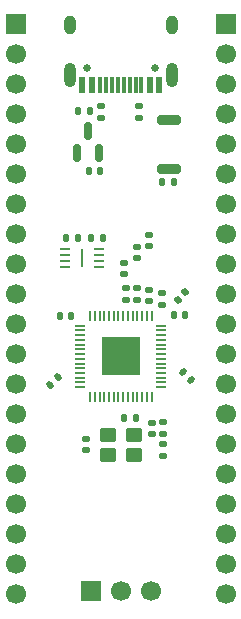
<source format=gbr>
%TF.GenerationSoftware,KiCad,Pcbnew,9.0.6*%
%TF.CreationDate,2026-01-31T02:41:39+05:30*%
%TF.ProjectId,BYH_devboard,4259485f-6465-4766-926f-6172642e6b69,rev?*%
%TF.SameCoordinates,Original*%
%TF.FileFunction,Soldermask,Top*%
%TF.FilePolarity,Negative*%
%FSLAX46Y46*%
G04 Gerber Fmt 4.6, Leading zero omitted, Abs format (unit mm)*
G04 Created by KiCad (PCBNEW 9.0.6) date 2026-01-31 02:41:39*
%MOMM*%
%LPD*%
G01*
G04 APERTURE LIST*
G04 Aperture macros list*
%AMRoundRect*
0 Rectangle with rounded corners*
0 $1 Rounding radius*
0 $2 $3 $4 $5 $6 $7 $8 $9 X,Y pos of 4 corners*
0 Add a 4 corners polygon primitive as box body*
4,1,4,$2,$3,$4,$5,$6,$7,$8,$9,$2,$3,0*
0 Add four circle primitives for the rounded corners*
1,1,$1+$1,$2,$3*
1,1,$1+$1,$4,$5*
1,1,$1+$1,$6,$7*
1,1,$1+$1,$8,$9*
0 Add four rect primitives between the rounded corners*
20,1,$1+$1,$2,$3,$4,$5,0*
20,1,$1+$1,$4,$5,$6,$7,0*
20,1,$1+$1,$6,$7,$8,$9,0*
20,1,$1+$1,$8,$9,$2,$3,0*%
G04 Aperture macros list end*
%ADD10RoundRect,0.140000X-0.170000X0.140000X-0.170000X-0.140000X0.170000X-0.140000X0.170000X0.140000X0*%
%ADD11RoundRect,0.050000X-0.387500X-0.050000X0.387500X-0.050000X0.387500X0.050000X-0.387500X0.050000X0*%
%ADD12RoundRect,0.050000X-0.050000X-0.387500X0.050000X-0.387500X0.050000X0.387500X-0.050000X0.387500X0*%
%ADD13R,3.200000X3.200000*%
%ADD14RoundRect,0.135000X0.135000X0.185000X-0.135000X0.185000X-0.135000X-0.185000X0.135000X-0.185000X0*%
%ADD15RoundRect,0.140000X0.040237X-0.216520X0.220218X-0.002028X-0.040237X0.216520X-0.220218X0.002028X0*%
%ADD16RoundRect,0.135000X0.185000X-0.135000X0.185000X0.135000X-0.185000X0.135000X-0.185000X-0.135000X0*%
%ADD17RoundRect,0.140000X0.140000X0.170000X-0.140000X0.170000X-0.140000X-0.170000X0.140000X-0.170000X0*%
%ADD18RoundRect,0.135000X-0.135000X-0.185000X0.135000X-0.185000X0.135000X0.185000X-0.135000X0.185000X0*%
%ADD19RoundRect,0.135000X-0.185000X0.135000X-0.185000X-0.135000X0.185000X-0.135000X0.185000X0.135000X0*%
%ADD20RoundRect,0.140000X0.170000X-0.140000X0.170000X0.140000X-0.170000X0.140000X-0.170000X-0.140000X0*%
%ADD21RoundRect,0.062500X-0.387500X-0.062500X0.387500X-0.062500X0.387500X0.062500X-0.387500X0.062500X0*%
%ADD22R,0.200000X1.600000*%
%ADD23RoundRect,0.140000X-0.219203X-0.021213X-0.021213X-0.219203X0.219203X0.021213X0.021213X0.219203X0*%
%ADD24RoundRect,0.200000X-0.800000X0.200000X-0.800000X-0.200000X0.800000X-0.200000X0.800000X0.200000X0*%
%ADD25R,1.700000X1.700000*%
%ADD26C,1.700000*%
%ADD27RoundRect,0.250000X0.450000X0.350000X-0.450000X0.350000X-0.450000X-0.350000X0.450000X-0.350000X0*%
%ADD28C,0.650000*%
%ADD29R,0.600000X1.450000*%
%ADD30R,0.300000X1.450000*%
%ADD31O,1.000000X2.100000*%
%ADD32O,1.000000X1.600000*%
%ADD33RoundRect,0.140000X-0.021213X0.219203X-0.219203X0.021213X0.021213X-0.219203X0.219203X-0.021213X0*%
%ADD34RoundRect,0.150000X0.150000X-0.587500X0.150000X0.587500X-0.150000X0.587500X-0.150000X-0.587500X0*%
%ADD35RoundRect,0.140000X-0.140000X-0.170000X0.140000X-0.170000X0.140000X0.170000X-0.140000X0.170000X0*%
G04 APERTURE END LIST*
D10*
%TO.C,C16*%
X153570002Y-111430001D03*
X153569998Y-112389999D03*
%TD*%
%TO.C,C9*%
X153590000Y-109590000D03*
X153589996Y-110549998D03*
%TD*%
D11*
%TO.C,U1*%
X146562500Y-101400000D03*
X146562500Y-101800000D03*
X146562500Y-102200000D03*
X146562500Y-102600000D03*
X146562500Y-103000000D03*
X146562500Y-103400000D03*
X146562500Y-103800000D03*
X146562500Y-104200000D03*
X146562500Y-104600000D03*
X146562500Y-105000000D03*
X146562500Y-105400000D03*
X146562500Y-105800000D03*
X146562500Y-106200000D03*
X146562500Y-106600000D03*
D12*
X147400000Y-107437500D03*
X147800000Y-107437500D03*
X148200000Y-107437500D03*
X148600000Y-107437500D03*
X149000000Y-107437500D03*
X149400000Y-107437500D03*
X149800000Y-107437500D03*
X150200000Y-107437500D03*
X150600000Y-107437500D03*
X151000000Y-107437500D03*
X151400000Y-107437500D03*
X151800000Y-107437500D03*
X152200000Y-107437500D03*
X152600000Y-107437500D03*
D11*
X153437500Y-106600000D03*
X153437500Y-106200000D03*
X153437500Y-105800000D03*
X153437500Y-105400000D03*
X153437500Y-105000000D03*
X153437500Y-104600000D03*
X153437500Y-104200000D03*
X153437500Y-103800000D03*
X153437500Y-103400000D03*
X153437500Y-103000000D03*
X153437500Y-102600000D03*
X153437500Y-102200000D03*
X153437500Y-101800000D03*
X153437500Y-101400000D03*
D12*
X152600000Y-100562500D03*
X152200000Y-100562500D03*
X151800000Y-100562500D03*
X151400000Y-100562500D03*
X151000000Y-100562500D03*
X150600000Y-100562500D03*
X150200000Y-100562500D03*
X149800000Y-100562500D03*
X149400000Y-100562500D03*
X149000000Y-100562500D03*
X148600000Y-100562500D03*
X148200000Y-100562500D03*
X147800000Y-100562500D03*
X147400000Y-100562500D03*
D13*
X150000000Y-104000000D03*
%TD*%
D14*
%TO.C,R5*%
X151280000Y-109250000D03*
X150260000Y-109250000D03*
%TD*%
D15*
%TO.C,C17*%
X154802925Y-99255398D03*
X155420001Y-98520000D03*
%TD*%
D14*
%TO.C,R6*%
X154530000Y-89270000D03*
X153510000Y-89270000D03*
%TD*%
D16*
%TO.C,R4*%
X151400000Y-99260000D03*
X151400000Y-98240000D03*
%TD*%
D17*
%TO.C,C12*%
X145810000Y-100590002D03*
X144850000Y-100589998D03*
%TD*%
D18*
%TO.C,R7*%
X145350000Y-93960000D03*
X146370000Y-93960000D03*
%TD*%
D19*
%TO.C,R1*%
X151540000Y-82760000D03*
X151540000Y-83780000D03*
%TD*%
D20*
%TO.C,C10*%
X150309999Y-97010000D03*
X150310001Y-96050000D03*
%TD*%
D17*
%TO.C,C14*%
X148280000Y-88270002D03*
X147320000Y-88269998D03*
%TD*%
D21*
%TO.C,U3*%
X145300000Y-94930000D03*
X145300000Y-95430000D03*
X145300000Y-95930000D03*
X145300000Y-96430000D03*
X148150000Y-96430000D03*
X148150000Y-95930000D03*
X148150000Y-95430000D03*
X148150000Y-94930000D03*
D22*
X146725000Y-95680000D03*
%TD*%
D23*
%TO.C,C3*%
X155271178Y-105311180D03*
X155950000Y-105990000D03*
%TD*%
D17*
%TO.C,C5*%
X148460000Y-93969996D03*
X147500000Y-93970000D03*
%TD*%
D24*
%TO.C,SW1*%
X154049999Y-83940001D03*
X154050001Y-88139999D03*
%TD*%
D10*
%TO.C,C15*%
X147060002Y-110990001D03*
X147059998Y-111949999D03*
%TD*%
D25*
%TO.C,J2*%
X141110000Y-75870000D03*
D26*
X141110000Y-78410000D03*
X141110000Y-80950000D03*
X141110000Y-83490000D03*
X141110000Y-86030000D03*
X141110000Y-88570000D03*
X141110000Y-91110000D03*
X141110000Y-93650000D03*
X141110000Y-96190000D03*
X141110000Y-98730000D03*
X141110000Y-101270000D03*
X141110000Y-103810000D03*
X141110000Y-106350000D03*
X141110000Y-108890000D03*
X141110000Y-111430000D03*
X141110000Y-113970000D03*
X141110000Y-116510000D03*
X141110000Y-119050000D03*
X141110000Y-121590000D03*
X141110000Y-124130000D03*
%TD*%
D27*
%TO.C,Y1*%
X151100002Y-110649997D03*
X148899999Y-110650002D03*
X148899998Y-112350003D03*
X151100001Y-112349998D03*
%TD*%
D25*
%TO.C,J3*%
X158890000Y-75870000D03*
D26*
X158890000Y-78410000D03*
X158890000Y-80950000D03*
X158890000Y-83490000D03*
X158890000Y-86030000D03*
X158890000Y-88570000D03*
X158890000Y-91110000D03*
X158890000Y-93650000D03*
X158890000Y-96190000D03*
X158890000Y-98730000D03*
X158890000Y-101270000D03*
X158890000Y-103810000D03*
X158890000Y-106350000D03*
X158890000Y-108890000D03*
X158890000Y-111430000D03*
X158890000Y-113970000D03*
X158890000Y-116510000D03*
X158890000Y-119050000D03*
X158890000Y-121590000D03*
X158890000Y-124130000D03*
%TD*%
D25*
%TO.C,J4*%
X147460000Y-123890000D03*
D26*
X150000001Y-123890000D03*
X152540002Y-123889999D03*
%TD*%
D17*
%TO.C,C13*%
X147360000Y-83190002D03*
X146400000Y-83189998D03*
%TD*%
D28*
%TO.C,J1*%
X152890001Y-79600001D03*
X147110003Y-79600002D03*
D29*
X153249999Y-81045002D03*
X152450001Y-81045002D03*
D30*
X151250000Y-81045000D03*
X150250002Y-81045001D03*
X149750003Y-81044998D03*
X148750000Y-81045000D03*
D29*
X147550002Y-81044999D03*
X146749995Y-81045000D03*
X146749995Y-81045000D03*
X147550002Y-81044999D03*
D30*
X148249998Y-81045002D03*
X149250001Y-81044999D03*
X150750001Y-81044999D03*
X151749997Y-81045001D03*
D29*
X152450001Y-81045002D03*
X153249999Y-81045002D03*
D31*
X154320002Y-80130001D03*
D32*
X154320000Y-75950000D03*
D31*
X145680002Y-80130001D03*
D32*
X145680000Y-75950000D03*
%TD*%
D20*
%TO.C,C11*%
X152420000Y-99310000D03*
X152420002Y-98350000D03*
%TD*%
D16*
%TO.C,R3*%
X150460000Y-99260000D03*
X150460000Y-98240000D03*
%TD*%
D20*
%TO.C,C1*%
X153530000Y-99610000D03*
X153529998Y-98650006D03*
%TD*%
%TO.C,C8*%
X151330001Y-95700000D03*
X151330003Y-94740000D03*
%TD*%
D10*
%TO.C,C4*%
X152609998Y-109610000D03*
X152610000Y-110570000D03*
%TD*%
D33*
%TO.C,C6*%
X144669412Y-105700591D03*
X143990588Y-106379409D03*
%TD*%
D20*
%TO.C,C7*%
X152370000Y-94680000D03*
X152370002Y-93720000D03*
%TD*%
D34*
%TO.C,U2*%
X146259998Y-86804990D03*
X148159999Y-86804999D03*
X147210000Y-84930000D03*
%TD*%
D35*
%TO.C,C2*%
X154510000Y-100490000D03*
X155470000Y-100490000D03*
%TD*%
D19*
%TO.C,R2*%
X148350000Y-82770000D03*
X148350000Y-83790000D03*
%TD*%
M02*

</source>
